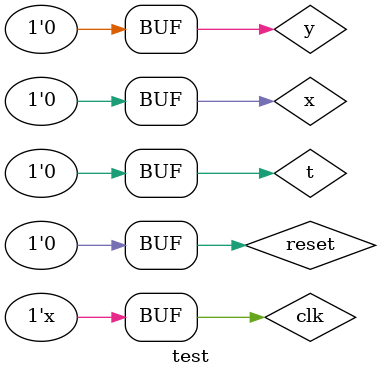
<source format=v>
`timescale 1ns / 1ps


module test;

	// Inputs
	reg x;
	reg t;
	reg y;
	reg reset;
	reg clk;

	// Outputs
	wire z;

	// Instantiate the Unit Under Test (UUT)
	final uut (
		.x(x), 
		.t(t), 
		.y(y), 
		.z(z), 
		.reset(reset), 
		.clk(clk)
	);

	initial begin
		// Initialize Inputs
		x = 1;
		t = 1;
		y = 1;
		reset = 0;
		clk = 1;
		
		// Wait 100 ns for global reset to finish
		#100;
     
		x = 0;
		t = 1;
		y = 1;
		//reset = 1;
		
		
		#100;
     
		x = 1;
		t = 1;
		y = 0;
		//reset = 1;
		
		
		#100;
     
		x = 1;
		t = 1;
		y = 0;
		//reset = 1;
		
		#100;
     
		x = 0;
		t = 0;
		y = 0;
		//reset = 0;
		// Add stimulus here

	end
      always #20 clk = ~clk;
endmodule


</source>
